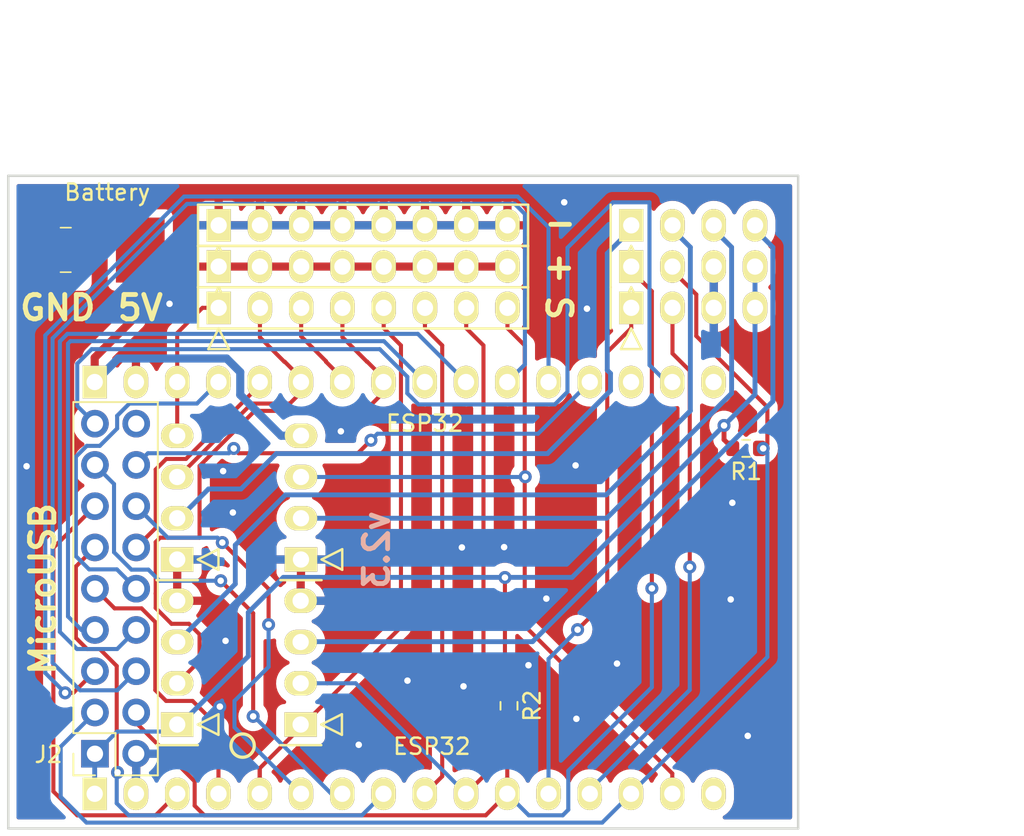
<source format=kicad_pcb>
(kicad_pcb (version 20211014) (generator pcbnew)
  (title_block (title "minKame") (date "2022-07-07") (rev "v2.3"))
  (layers (0 "F.Cu" signal) (31 "B.Cu" signal) (34 "B.Paste" user) (35 "F.Paste" user) (36 "B.SilkS" user "B.Silkscreen") (37 "F.SilkS" user "F.Silkscreen") (38 "B.Mask" user) (39 "F.Mask" user) (44 "Edge.Cuts" user))
  (net 0 "")
  (net 1 "G26")
  (net 2 "5V")
  (net 3 "GND")
  (net 4 "3.3v")
  (net 5 "SCL")
  (net 6 "SDA")
  (net 7 "V")
  (net 8 "H")
  (net 9 "P")
  (net 10 "X")
  (net 11 "D7")
  (net 12 "D6")
  (net 13 "D5")
  (net 14 "D4")
  (net 15 "D3")
  (net 16 "D2")
  (net 17 "D1")
  (net 18 "D0")
  (net 19 "RST")
  (net 20 "PWDN")
  (net 21 "G25")
  (net 22 "G18")
  (net 23 "G19")
  (net 24 "G23")
  (net 25 "G13")
  (net 26 "G27")
  (net 27 "G4")
  (net 28 "Rx")
  (net 29 "Tx")
  (net 31 "Net-(J11-Pad2)")
  (net 32 "Net-(J10-Pad3)")
  (net 33 "Net-(J13-Pad2)")
  (net 34 "Net-(J12-Pad3)")
  (footprint "ESP32-footprints-Lib:PIN16" (layer "F.Cu") (at 144.514 95.246)
    (fp_text reference "J4" hide)
    (fp_text value "ESP32" (at 0 3.814) (layer "F.SilkS"))
    (pad "1" thru_hole rect locked (at -20.32 1.27) (size 1.5 2) (drill 1) (layers *.Cu *.Mask "F.SilkS") (net 2 "5V"))
    (pad "2" thru_hole oval locked (at -17.78 1.27) (size 1.5 2) (drill 1) (layers *.Cu *.Mask "F.SilkS") (net 3 "GND"))
    (pad "3" thru_hole oval locked (at -15.24 1.27) (size 1.5 2) (drill 1) (layers *.Cu *.Mask "F.SilkS") (net 25 "G13"))
    (pad "4" thru_hole oval locked (at -12.7 1.27) (size 1.5 2) (drill 1) (layers *.Cu *.Mask "F.SilkS") (net 12 "D6"))
    (pad "5" thru_hole oval locked (at -10.16 1.27) (size 1.5 2) (drill 1) (layers *.Cu *.Mask "F.SilkS") (net 14 "D4"))
    (pad "6" thru_hole oval locked (at -7.62 1.27) (size 1.5 2) (drill 1) (layers *.Cu *.Mask "F.SilkS") (net 26 "G27"))
    (pad "7" thru_hole oval locked (at -5.08 1.27) (size 1.5 2) (drill 1) (layers *.Cu *.Mask "F.SilkS") (net 1 "G26"))
    (pad "8" thru_hole oval locked (at -2.54 1.27) (size 1.5 2) (drill 1) (layers *.Cu *.Mask "F.SilkS") (net 21 "G25"))
    (pad "9" thru_hole oval locked (at 0 1.27) (size 1.5 2) (drill 1) (layers *.Cu *.Mask "F.SilkS") (net 9 "P"))
    (pad "10" thru_hole oval locked (at 2.54 1.27) (size 1.5 2) (drill 1) (layers *.Cu *.Mask "F.SilkS") (net 10 "X"))
    (pad "11" thru_hole oval locked (at 5.08 1.27) (size 1.5 2) (drill 1) (layers *.Cu *.Mask "F.SilkS") (net 8 "H"))
    (pad "12" thru_hole oval locked (at 7.62 1.27) (size 1.5 2) (drill 1) (layers *.Cu *.Mask "F.SilkS") (net 7 "V"))
    (pad "13" thru_hole oval locked (at 10.16 1.27) (size 1.5 2) (drill 1) (layers *.Cu *.Mask "F.SilkS") (net 18 "D0"))
    (pad "14" thru_hole oval locked (at 12.7 1.27) (size 1.5 2) (drill 1) (layers *.Cu *.Mask "F.SilkS"))
    (pad "15" thru_hole oval locked (at 15.24 1.27) (size 1.5 2) (drill 1) (layers *.Cu *.Mask "F.SilkS") (net 19 "RST"))
    (pad "16" thru_hole oval locked (at 17.78 1.27) (size 1.5 2) (drill 1) (layers *.Cu *.Mask "F.SilkS"))
  )
  (footprint "ESP32-footprints-Lib:PIN16" (layer "F.Cu") (at 144.514 120.596)
    (fp_text reference "J3" hide)
    (fp_text value "ESP32" (at 0.436 -1.646 180) (layer "F.SilkS"))
    (pad "1" thru_hole rect locked (at -20.32 1.27) (size 1.5 2) (drill 1) (layers *.Cu *.Mask "F.SilkS") (net 4 "3.3v"))
    (pad "2" thru_hole oval locked (at -17.78 1.27) (size 1.5 2) (drill 1) (layers *.Cu *.Mask "F.SilkS") (net 3 "GND"))
    (pad "3" thru_hole oval locked (at -15.24 1.27) (size 1.5 2) (drill 1) (layers *.Cu *.Mask "F.SilkS") (net 15 "D3"))
    (pad "4" thru_hole oval locked (at -12.7 1.27) (size 1.5 2) (drill 1) (layers *.Cu *.Mask "F.SilkS") (net 11 "D7"))
    (pad "5" thru_hole oval locked (at -10.16 1.27) (size 1.5 2) (drill 1) (layers *.Cu *.Mask "F.SilkS") (net 27 "G4"))
    (pad "6" thru_hole oval locked (at -7.62 1.27) (size 1.5 2) (drill 1) (layers *.Cu *.Mask "F.SilkS") (net 16 "D2"))
    (pad "7" thru_hole oval locked (at -5.08 1.27) (size 1.5 2) (drill 1) (layers *.Cu *.Mask "F.SilkS") (net 17 "D1"))
    (pad "8" thru_hole oval locked (at -2.54 1.27) (size 1.5 2) (drill 1) (layers *.Cu *.Mask "F.SilkS") (net 13 "D5"))
    (pad "9" thru_hole oval locked (at 0 1.27) (size 1.5 2) (drill 1) (layers *.Cu *.Mask "F.SilkS") (net 22 "G18"))
    (pad "10" thru_hole oval locked (at 2.54 1.27) (size 1.5 2) (drill 1) (layers *.Cu *.Mask "F.SilkS") (net 23 "G19"))
    (pad "11" thru_hole oval locked (at 5.08 1.27) (size 1.5 2) (drill 1) (layers *.Cu *.Mask "F.SilkS") (net 6 "SDA"))
    (pad "12" thru_hole oval locked (at 7.62 1.27) (size 1.5 2) (drill 1) (layers *.Cu *.Mask "F.SilkS") (net 28 "Rx"))
    (pad "13" thru_hole oval locked (at 10.16 1.27) (size 1.5 2) (drill 1) (layers *.Cu *.Mask "F.SilkS") (net 29 "Tx"))
    (pad "14" thru_hole oval locked (at 12.7 1.27) (size 1.5 2) (drill 1) (layers *.Cu *.Mask "F.SilkS") (net 5 "SCL"))
    (pad "15" thru_hole oval locked (at 15.24 1.27) (size 1.5 2) (drill 1) (layers *.Cu *.Mask "F.SilkS") (net 24 "G23"))
    (pad "16" thru_hole oval locked (at 17.78 1.27) (size 1.5 2) (drill 1) (layers *.Cu *.Mask "F.SilkS"))
  )
  (footprint "ESP32-footprints-Lib:PIN8" (layer "F.Cu") (at 140.716 86.868)
    (fp_text reference "J5" hide)
    (fp_text value "GND" hide)
    (fp_line (start 10.16 -1.27) (end -10.16 -1.27) (layer "F.SilkS") (width 0.15))
    (fp_line (start -9.525 2.54) (end -8.89 1.27) (layer "F.SilkS") (width 0.15))
    (fp_line (start 10.16 1.27) (end 10.16 -1.27) (layer "F.SilkS") (width 0.15))
    (fp_line (start -10.16 1.27) (end 10.16 1.27) (layer "F.SilkS") (width 0.15))
    (fp_line (start -10.16 -1.27) (end -10.16 1.27) (layer "F.SilkS") (width 0.15))
    (fp_line (start -9.525 2.54) (end -8.255 2.54) (layer "F.SilkS") (width 0.15))
    (fp_line (start -8.255 2.54) (end -8.89 1.27) (layer "F.SilkS") (width 0.15))
    (pad "1" thru_hole rect locked (at -8.89 0) (size 1.5 2) (drill 1) (layers *.Cu *.Mask "F.SilkS") (net 3 "GND"))
    (pad "2" thru_hole oval locked (at -6.35 0) (size 1.5 2) (drill 1) (layers *.Cu *.Mask "F.SilkS") (net 3 "GND"))
    (pad "3" thru_hole oval locked (at -3.81 0) (size 1.5 2) (drill 1) (layers *.Cu *.Mask "F.SilkS") (net 3 "GND"))
    (pad "4" thru_hole oval locked (at -1.27 0) (size 1.5 2) (drill 1) (layers *.Cu *.Mask "F.SilkS") (net 3 "GND"))
    (pad "5" thru_hole oval locked (at 1.27 0) (size 1.5 2) (drill 1) (layers *.Cu *.Mask "F.SilkS") (net 3 "GND"))
    (pad "6" thru_hole oval locked (at 3.81 0) (size 1.5 2) (drill 1) (layers *.Cu *.Mask "F.SilkS") (net 3 "GND"))
    (pad "7" thru_hole oval locked (at 6.35 0) (size 1.5 2) (drill 1) (layers *.Cu *.Mask "F.SilkS") (net 3 "GND"))
    (pad "8" thru_hole oval locked (at 8.89 0) (size 1.5 2) (drill 1) (layers *.Cu *.Mask "F.SilkS") (net 3 "GND"))
  )
  (footprint "ESP32-footprints-Lib:PIN8" (layer "F.Cu") (at 140.716 89.408)
    (fp_text reference "J6" hide)
    (fp_text value "Vcc" hide)
    (fp_line (start -10.16 1.27) (end 10.16 1.27) (layer "F.SilkS") (width 0.15))
    (fp_line (start -10.16 -1.27) (end -10.16 1.27) (layer "F.SilkS") (width 0.15))
    (fp_line (start 10.16 1.27) (end 10.16 -1.27) (layer "F.SilkS") (width 0.15))
    (fp_line (start 10.16 -1.27) (end -10.16 -1.27) (layer "F.SilkS") (width 0.15))
    (fp_line (start -9.525 2.54) (end -8.255 2.54) (layer "F.SilkS") (width 0.15))
    (fp_line (start -9.525 2.54) (end -8.89 1.27) (layer "F.SilkS") (width 0.15))
    (fp_line (start -8.255 2.54) (end -8.89 1.27) (layer "F.SilkS") (width 0.15))
    (pad "1" thru_hole rect locked (at -8.89 0) (size 1.5 2) (drill 1) (layers *.Cu *.Mask "F.SilkS") (net 2 "5V"))
    (pad "2" thru_hole oval locked (at -6.35 0) (size 1.5 2) (drill 1) (layers *.Cu *.Mask "F.SilkS") (net 2 "5V"))
    (pad "3" thru_hole oval locked (at -3.81 0) (size 1.5 2) (drill 1) (layers *.Cu *.Mask "F.SilkS") (net 2 "5V"))
    (pad "4" thru_hole oval locked (at -1.27 0) (size 1.5 2) (drill 1) (layers *.Cu *.Mask "F.SilkS") (net 2 "5V"))
    (pad "5" thru_hole oval locked (at 1.27 0) (size 1.5 2) (drill 1) (layers *.Cu *.Mask "F.SilkS") (net 2 "5V"))
    (pad "6" thru_hole oval locked (at 3.81 0) (size 1.5 2) (drill 1) (layers *.Cu *.Mask "F.SilkS") (net 2 "5V"))
    (pad "7" thru_hole oval locked (at 6.35 0) (size 1.5 2) (drill 1) (layers *.Cu *.Mask "F.SilkS") (net 2 "5V"))
    (pad "8" thru_hole oval locked (at 8.89 0) (size 1.5 2) (drill 1) (layers *.Cu *.Mask "F.SilkS") (net 2 "5V"))
  )
  (footprint "ESP32-footprints-Lib:PIN8" (layer "F.Cu") (at 140.716 91.948)
    (fp_text reference "J1" hide)
    (fp_text value "PWM" hide)
    (fp_line (start 10.16 -1.27) (end -10.16 -1.27) (layer "F.SilkS") (width 0.15))
    (fp_line (start 10.16 1.27) (end 10.16 -1.27) (layer "F.SilkS") (width 0.15))
    (fp_line (start -10.16 1.27) (end 10.16 1.27) (layer "F.SilkS") (width 0.15))
    (fp_line (start -9.525 2.54) (end -8.255 2.54) (layer "F.SilkS") (width 0.15))
    (fp_line (start -8.255 2.54) (end -8.89 1.27) (layer "F.SilkS") (width 0.15))
    (fp_line (start -9.525 2.54) (end -8.89 1.27) (layer "F.SilkS") (width 0.15))
    (fp_line (start -10.16 -1.27) (end -10.16 1.27) (layer "F.SilkS") (width 0.15))
    (pad "1" thru_hole rect locked (at -8.89 0) (size 1.5 2) (drill 1) (layers *.Cu *.Mask "F.SilkS") (net 25 "G13"))
    (pad "2" thru_hole oval locked (at -6.35 0) (size 1.5 2) (drill 1) (layers *.Cu *.Mask "F.SilkS") (net 26 "G27"))
    (pad "3" thru_hole oval locked (at -3.81 0) (size 1.5 2) (drill 1) (layers *.Cu *.Mask "F.SilkS") (net 1 "G26"))
    (pad "4" thru_hole oval locked (at -1.27 0) (size 1.5 2) (drill 1) (layers *.Cu *.Mask "F.SilkS") (net 21 "G25"))
    (pad "5" thru_hole oval locked (at 1.27 0) (size 1.5 2) (drill 1) (layers *.Cu *.Mask "F.SilkS") (net 27 "G4"))
    (pad "6" thru_hole oval locked (at 3.81 0) (size 1.5 2) (drill 1) (layers *.Cu *.Mask "F.SilkS") (net 22 "G18"))
    (pad "7" thru_hole oval locked (at 6.35 0) (size 1.5 2) (drill 1) (layers *.Cu *.Mask "F.SilkS") (net 23 "G19"))
    (pad "8" thru_hole oval locked (at 8.89 0) (size 1.5 2) (drill 1) (layers *.Cu *.Mask "F.SilkS") (net 24 "G23"))
  )
  (footprint "digikey-footprints:1210" (layer "F.Cu") (at 122.428 88.392)
    (fp_text reference "Battery" (at 2.54 -3.556) (layer "F.SilkS"))
    (fp_text value "1210")
    (fp_line (start -0.34 -1.38) (end 0.31 -1.38) (layer "F.SilkS") (width 0.1))
    (fp_line (start -0.34 1.36) (end 0.3 1.36) (layer "F.SilkS") (width 0.1))
    (pad "1" smd rect locked (at -0.428 0) (size 3 4) (layers "F.Cu" "F.Paste" "F.Mask") (net 3 "GND"))
    (pad "2" smd rect locked (at 4.572 0) (size 3 4) (layers "F.Cu" "F.Paste" "F.Mask") (net 2 "5V"))
  )
  (footprint "ESP32-footprints-Lib:PIN4" (layer "F.Cu") (at 161.036 91.948)
    (fp_text reference "J7" hide)
    (fp_text value "UART" hide)
    (fp_line (start -4.445 2.54) (end -3.175 2.54) (layer "F.SilkS") (width 0.15))
    (fp_line (start -4.445 2.54) (end -3.81 1.27) (layer "F.SilkS") (width 0.15))
    (fp_line (start -3.175 2.54) (end -3.81 1.27) (layer "F.SilkS") (width 0.15))
    (fp_line (start -5.08 -1.27) (end -5.08 1.27) (layer "F.SilkS") (width 0.15))
    (pad "1" thru_hole rect locked (at -3.81 0) (size 1.5 2) (drill 1) (layers *.Cu *.Mask "F.SilkS") (net 28 "Rx"))
    (pad "2" thru_hole oval locked (at -1.27 0) (size 1.5 2) (drill 1) (layers *.Cu *.Mask "F.SilkS") (net 29 "Tx"))
    (pad "3" thru_hole oval locked (at 1.27 0) (size 1.5 2) (drill 1) (layers *.Cu *.Mask "F.SilkS") (net 3 "GND"))
    (pad "4" thru_hole oval locked (at 3.81 0) (size 1.5 2) (drill 1) (layers *.Cu *.Mask "F.SilkS") (net 4 "3.3v"))
  )
  (footprint "ESP32-footprints-Lib:PIN4" (layer "F.Cu") (at 129.274 103.632 90)
    (fp_text reference "J11" hide)
    (fp_text value "A" hide)
    (fp_line (start -3.175 2.54) (end -3.81 1.27) (layer "F.SilkS") (width 0.15))
    (fp_line (start -5.08 -1.27) (end -5.08 1.27) (layer "F.SilkS") (width 0.15))
    (fp_line (start -4.445 2.54) (end -3.175 2.54) (layer "F.SilkS") (width 0.15))
    (fp_line (start -4.445 2.54) (end -3.81 1.27) (layer "F.SilkS") (width 0.15))
    (pad "1" thru_hole rect locked (at -3.81 0 90) (size 1.5 2) (drill 1) (layers *.Cu *.Mask "F.SilkS") (net 3 "GND"))
    (pad "2" thru_hole oval locked (at -1.27 0 90) (size 1.5 2) (drill 1) (layers *.Cu *.Mask "F.SilkS") (net 31 "Net-(J11-Pad2)"))
    (pad "3" thru_hole oval locked (at 1.27 0 90) (size 1.5 2) (drill 1) (layers *.Cu *.Mask "F.SilkS") (net 26 "G27"))
    (pad "4" thru_hole oval locked (at 3.81 0 90) (size 1.5 2) (drill 1) (layers *.Cu *.Mask "F.SilkS") (net 25 "G13"))
  )
  (footprint "ESP32-footprints-Lib:PIN4" (layer "F.Cu") (at 136.894 103.632 90)
    (fp_text reference "J13" hide)
    (fp_text value "B" hide)
    (fp_line (start -4.445 2.54) (end -3.175 2.54) (layer "F.SilkS") (width 0.15))
    (fp_line (start -4.445 2.54) (end -3.81 1.27) (layer "F.SilkS") (width 0.15))
    (fp_line (start -3.175 2.54) (end -3.81 1.27) (layer "F.SilkS") (width 0.15))
    (fp_line (start -5.08 -1.27) (end -5.08 1.27) (layer "F.SilkS") (width 0.15))
    (pad "1" thru_hole rect locked (at -3.81 0 90) (size 1.5 2) (drill 1) (layers *.Cu *.Mask "F.SilkS") (net 3 "GND"))
    (pad "2" thru_hole oval locked (at -1.27 0 90) (size 1.5 2) (drill 1) (layers *.Cu *.Mask "F.SilkS") (net 33 "Net-(J13-Pad2)"))
    (pad "3" thru_hole oval locked (at 1.27 0 90) (size 1.5 2) (drill 1) (layers *.Cu *.Mask "F.SilkS") (net 24 "G23"))
    (pad "4" thru_hole oval locked (at 3.81 0 90) (size 1.5 2) (drill 1) (layers *.Cu *.Mask "F.SilkS") (net 2 "5V"))
  )
  (footprint "ESP32-footprints-Lib:PIN4" (layer "F.Cu") (at 129.274 113.792 90)
    (fp_text reference "J10" hide)
    (fp_text value "C" hide)
    (fp_line (start -4.445 2.54) (end -3.81 1.27) (layer "F.SilkS") (width 0.15))
    (fp_line (start -3.175 2.54) (end -3.81 1.27) (layer "F.SilkS") (width 0.15))
    (fp_line (start -5.08 -1.27) (end -5.08 1.27) (layer "F.SilkS") (width 0.15))
    (fp_line (start -4.445 2.54) (end -3.175 2.54) (layer "F.SilkS") (width 0.15))
    (pad "1" thru_hole rect locked (at -3.81 0 90) (size 1.5 2) (drill 1) (layers *.Cu *.Mask "F.SilkS") (net 4 "3.3v"))
    (pad "2" thru_hole oval locked (at -1.27 0 90) (size 1.5 2) (drill 1) (layers *.Cu *.Mask "F.SilkS") (net 21 "G25"))
    (pad "3" thru_hole oval locked (at 1.27 0 90) (size 1.5 2) (drill 1) (layers *.Cu *.Mask "F.SilkS") (net 32 "Net-(J10-Pad3)"))
    (pad "4" thru_hole oval locked (at 3.81 0 90) (size 1.5 2) (drill 1) (layers *.Cu *.Mask "F.SilkS") (net 3 "GND"))
  )
  (footprint "ESP32-footprints-Lib:PIN4" (layer "F.Cu") (at 161.036 89.408)
    (fp_text reference "J8" hide)
    (fp_text value "I2C" hide)
    (fp_line (start -4.445 2.54) (end -3.175 2.54) (layer "F.SilkS") (width 0.15))
    (fp_line (start -5.08 -1.27) (end -5.08 1.27) (layer "F.SilkS") (width 0.15))
    (fp_line (start -4.445 2.54) (end -3.81 1.27) (layer "F.SilkS") (width 0.15))
    (fp_line (start -3.175 2.54) (end -3.81 1.27) (layer "F.SilkS") (width 0.15))
    (pad "1" thru_hole rect locked (at -3.81 0) (size 1.5 2) (drill 1) (layers *.Cu *.Mask "F.SilkS") (net 6 "SDA"))
    (pad "2" thru_hole oval locked (at -1.27 0) (size 1.5 2) (drill 1) (layers *.Cu *.Mask "F.SilkS") (net 5 "SCL"))
    (pad "3" thru_hole oval locked (at 1.27 0) (size 1.5 2) (drill 1) (layers *.Cu *.Mask "F.SilkS") (net 3 "GND"))
    (pad "4" thru_hole oval locked (at 3.81 0) (size 1.5 2) (drill 1) (layers *.Cu *.Mask "F.SilkS") (net 4 "3.3v"))
  )
  (footprint "ESP32-footprints-Lib:PIN4" (layer "F.Cu") (at 136.874 113.792 90)
    (fp_text reference "J12" hide)
    (fp_text value "D" hide)
    (fp_line (start -4.445 2.54) (end -3.175 2.54) (layer "F.SilkS") (width 0.15))
    (fp_line (start -5.08 -1.27) (end -5.08 1.27) (layer "F.SilkS") (width 0.15))
    (fp_line (start -4.445 2.54) (end -3.81 1.27) (layer "F.SilkS") (width 0.15))
    (fp_line (start -3.175 2.54) (end -3.81 1.27) (layer "F.SilkS") (width 0.15))
    (pad "1" thru_hole rect locked (at -3.81 0 90) (size 1.5 2) (drill 1) (layers *.Cu *.Mask "F.SilkS") (net 27 "G4"))
    (pad "2" thru_hole oval locked (at -1.27 0 90) (size 1.5 2) (drill 1) (layers *.Cu *.Mask "F.SilkS") (net 23 "G19"))
    (pad "3" thru_hole oval locked (at 1.27 0 90) (size 1.5 2) (drill 1) (layers *.Cu *.Mask "F.SilkS") (net 34 "Net-(J12-Pad3)"))
    (pad "4" thru_hole oval locked (at 3.81 0 90) (size 1.5 2) (drill 1) (layers *.Cu *.Mask "F.SilkS") (net 3 "GND"))
  )
  (footprint "ESP32-footprints-Lib:PIN4" (layer "F.Cu") (at 161.036 86.868)
    (fp_text reference "J9" hide)
    (fp_text value "Motor" hide)
    (fp_line (start -4.445 2.54) (end -3.175 2.54) (layer "F.SilkS") (width 0.15))
    (fp_line (start -4.445 2.54) (end -3.81 1.27) (layer "F.SilkS") (width 0.15))
    (fp_line (start -3.175 2.54) (end -3.81 1.27) (layer "F.SilkS") (width 0.15))
    (fp_line (start -5.08 -1.27) (end -5.08 1.27) (layer "F.SilkS") (width 0.15))
    (pad "1" thru_hole rect locked (at -3.81 0) (size 1.5 2) (drill 1) (layers *.Cu *.Mask "F.SilkS") (net 31 "Net-(J11-Pad2)"))
    (pad "2" thru_hole oval locked (at -1.27 0) (size 1.5 2) (drill 1) (layers *.Cu *.Mask "F.SilkS") (net 32 "Net-(J10-Pad3)"))
    (pad "3" thru_hole oval locked (at 1.27 0) (size 1.5 2) (drill 1) (layers *.Cu *.Mask "F.SilkS") (net 33 "Net-(J13-Pad2)"))
    (pad "4" thru_hole oval locked (at 3.81 0) (size 1.5 2) (drill 1) (layers *.Cu *.Mask "F.SilkS") (net 34 "Net-(J12-Pad3)"))
  )
  (footprint "Resistor_SMD:R_0603_1608Metric" (layer "F.Cu") (at 149.7 116.45 -90)
    (fp_text reference "R2" (at 0 -1.43 90) (layer "F.SilkS"))
    (fp_text value "4k7")
    (fp_line (start -0.237258 0.5225) (end 0.237258 0.5225) (layer "F.SilkS") (width 0.12))
    (fp_line (start -0.237258 -0.5225) (end 0.237258 -0.5225) (layer "F.SilkS") (width 0.12))
    (pad "1" smd roundrect (at -0.825 0 270) (size 0.8 0.95) (layers "F.Cu" "F.Paste" "F.Mask") (net 4 "3.3v"))
    (pad "2" smd roundrect (at 0.825 0 270) (size 0.8 0.95) (layers "F.Cu" "F.Paste" "F.Mask") (net 6 "SDA"))
  )
  (footprint "Connector_PinSocket_2.54mm:PinSocket_2x09_P2.54mm_Vertical" (layer "F.Cu") (at 124.21 119.4 180)
    (fp_text reference "J2" (at 2.86 -0.05) (layer "F.SilkS"))
    (fp_text value "Camera")
    (fp_line (start -1.27 1.27) (end 1.33 1.27) (layer "F.SilkS") (width 0.12))
    (fp_line (start -3.87 -1.33) (end -1.27 -1.33) (layer "F.SilkS") (width 0.12))
    (fp_line (start -3.87 -1.33) (end -3.87 21.65) (layer "F.SilkS") (width 0.12))
    (fp_line (start -3.87 21.65) (end 1.33 21.65) (layer "F.SilkS") (width 0.12))
    (fp_line (start 1.33 1.27) (end 1.33 21.65) (layer "F.SilkS") (width 0.12))
    (fp_line (start 1.33 -1.33) (end 1.33 0) (layer "F.SilkS") (width 0.12))
    (fp_line (start -1.27 -1.33) (end -1.27 1.27) (layer "F.SilkS") (width 0.12))
    (fp_line (start 0 -1.33) (end 1.33 -1.33) (layer "F.SilkS") (width 0.12))
    (pad "1" thru_hole rect (at 0 0 180) (size 1.7 1.7) (drill 1) (layers *.Cu *.Mask) (net 4 "3.3v"))
    (pad "2" thru_hole oval (at -2.54 0 180) (size 1.7 1.7) (drill 1) (layers *.Cu *.Mask) (net 3 "GND"))
    (pad "3" thru_hole oval (at 0 2.54 180) (size 1.7 1.7) (drill 1) (layers *.Cu *.Mask) (net 5 "SCL"))
    (pad "4" thru_hole oval (at -2.54 2.54 180) (size 1.7 1.7) (drill 1) (layers *.Cu *.Mask) (net 6 "SDA"))
    (pad "5" thru_hole oval (at 0 5.08 180) (size 1.7 1.7) (drill 1) (layers *.Cu *.Mask) (net 7 "V"))
    (pad "6" thru_hole oval (at -2.54 5.08 180) (size 1.7 1.7) (drill 1) (layers *.Cu *.Mask) (net 8 "H"))
    (pad "7" thru_hole oval (at 0 7.62 180) (size 1.7 1.7) (drill 1) (layers *.Cu *.Mask) (net 9 "P"))
    (pad "8" thru_hole oval (at -2.54 7.62 180) (size 1.7 1.7) (drill 1) (layers *.Cu *.Mask) (net 10 "X"))
    (pad "9" thru_hole oval (at 0 10.16 180) (size 1.7 1.7) (drill 1) (layers *.Cu *.Mask) (net 11 "D7"))
    (pad "10" thru_hole oval (at -2.54 10.16 180) (size 1.7 1.7) (drill 1) (layers *.Cu *.Mask) (net 12 "D6"))
    (pad "11" thru_hole oval (at 0 12.7 180) (size 1.7 1.7) (drill 1) (layers *.Cu *.Mask) (net 13 "D5"))
    (pad "12" thru_hole oval (at -2.54 12.7 180) (size 1.7 1.7) (drill 1) (layers *.Cu *.Mask) (net 14 "D4"))
    (pad "13" thru_hole oval (at 0 15.24 180) (size 1.7 1.7) (drill 1) (layers *.Cu *.Mask) (net 15 "D3"))
    (pad "14" thru_hole oval (at -2.54 15.24 180) (size 1.7 1.7) (drill 1) (layers *.Cu *.Mask) (net 16 "D2"))
    (pad "15" thru_hole oval (at 0 17.78 180) (size 1.7 1.7) (drill 1) (layers *.Cu *.Mask) (net 17 "D1"))
    (pad "16" thru_hole oval (at -2.54 17.78 180) (size 1.7 1.7) (drill 1) (layers *.Cu *.Mask) (net 18 "D0"))
    (pad "17" thru_hole oval (at 0 20.32 180) (size 1.7 1.7) (drill 1) (layers *.Cu *.Mask) (net 19 "RST"))
    (pad "18" thru_hole oval (at -2.54 20.32 180) (size 1.7 1.7) (drill 1) (layers *.Cu *.Mask) (net 20 "PWDN"))
  )
  (footprint "Resistor_SMD:R_0603_1608Metric" (layer "F.Cu") (at 164.3 100.6 180)
    (fp_text reference "R1" (at 0 -1.43) (layer "F.SilkS"))
    (fp_text value "4k7")
    (fp_line (start -0.237258 -0.5225) (end 0.237258 -0.5225) (layer "F.SilkS") (width 0.12))
    (fp_line (start -0.237258 0.5225) (end 0.237258 0.5225) (layer "F.SilkS") (width 0.12))
    (pad "1" smd roundrect (at -0.825 0 180) (size 0.8 0.95) (layers "F.Cu" "F.Paste" "F.Mask") (net 5 "SCL"))
    (pad "2" smd roundrect (at 0.825 0 180) (size 0.8 0.95) (layers "F.Cu" "F.Paste" "F.Mask") (net 4 "3.3v"))
  )
  (gr_circle (center 133.3 118.9) (end 133.808 119.408) (layer "F.SilkS") (width 0.2) (fill none))
  (gr_line (start 167.5 83.82) (end 167.5 124) (layer "Edge.Cuts") (width 0.15))
  (gr_line (start 118.872 83.82) (end 167.5 83.82) (layer "Edge.Cuts") (width 0.15))
  (gr_line (start 118.872 124) (end 118.872 83.82) (layer "Edge.Cuts") (width 0.15))
  (gr_line (start 167.5 124) (end 118.872 124) (layer "Edge.Cuts") (width 0.15))
  (gr_text "v2.3" (at 141.55 106.85 90) (layer "B.SilkS") (effects (font (size 1.5 1.5) (thickness 0.3)) (justify mirror)))
  (gr_text "-" (at 152.85 86.7) (layer "F.SilkS") (effects (font (size 1.5 1.5) (thickness 0.3))))
  (gr_text "+" (at 152.8 89.4) (layer "F.SilkS") (effects (font (size 1.5 1.5) (thickness 0.3))))
  (gr_text "GND" (at 121.92 91.948) (layer "F.SilkS") (effects (font (size 1.5 1.5) (thickness 0.3))))
  (gr_text "5V" (at 127 91.948) (layer "F.SilkS") (effects (font (size 1.5 1.5) (thickness 0.3))))
  (gr_text "MicroUSB" (at 121 109.25 90) (layer "F.SilkS") (effects (font (size 1.5 1.5) (thickness 0.3))))
  (gr_text "S" (at 152.908 91.948 90) (layer "F.SilkS") (effects (font (size 1.5 1.5) (thickness 0.3))))
  (segment (start 136.906 91.948) (end 136.906 93.706) (width 0.25) (layer "F.Cu") (net 1))
  (segment (start 139.434 96.266) (end 139.434 96.516) (width 0.25) (layer "F.Cu") (net 1))
  (segment (start 138.434 95.266) (end 138.434 95.234) (width 0.25) (layer "F.Cu") (net 1))
  (segment (start 138.434 95.234) (end 136.906 93.706) (width 0.25) (layer "F.Cu") (net 1))
  (segment (start 138.434 95.266) (end 139.434 96.266) (width 0.25) (layer "F.Cu") (net 1))
  (segment (start 131.826 89.408) (end 134.366 89.408) (width 0.5) (layer "F.Cu") (net 2))
  (segment (start 139.446 89.408) (end 141.986 89.408) (width 0.5) (layer "F.Cu") (net 2))
  (segment (start 136.906 89.408) (end 139.446 89.408) (width 0.5) (layer "F.Cu") (net 2))
  (segment (start 128.016 89.408) (end 127 88.392) (width 0.5) (layer "F.Cu") (net 2))
  (segment (start 124.194 96.516) (end 124.194 95.016) (width 0.5) (layer "F.Cu") (net 2))
  (segment (start 131.826 89.408) (end 128.016 89.408) (width 0.5) (layer "F.Cu") (net 2))
  (segment (start 141.986 89.408) (end 144.526 89.408) (width 0.5) (layer "F.Cu") (net 2))
  (segment (start 147.066 89.408) (end 149.606 89.408) (width 0.5) (layer "F.Cu") (net 2))
  (segment (start 126.605 88.787) (end 127 88.392) (width 0.5) (layer "F.Cu") (net 2))
  (segment (start 124.194 95.016) (end 126.605 92.605) (width 0.5) (layer "F.Cu") (net 2))
  (segment (start 144.526 89.408) (end 147.066 89.408) (width 0.5) (layer "F.Cu") (net 2))
  (segment (start 134.366 89.408) (end 136.906 89.408) (width 0.5) (layer "F.Cu") (net 2))
  (segment (start 126.605 92.605) (end 126.605 88.787) (width 0.5) (layer "F.Cu") (net 2))
  (segment (start 132.31648 95.06648) (end 133.15448 95.90448) (width 0.5) (layer "B.Cu") (net 2))
  (segment (start 125.64352 95.06648) (end 132.31648 95.06648) (width 0.5) (layer "B.Cu") (net 2))
  (segment (start 133.15448 95.90448) (end 133.15448 97.30448) (width 0.5) (layer "B.Cu") (net 2))
  (segment (start 133.15448 97.30448) (end 135.672 99.822) (width 0.5) (layer "B.Cu") (net 2))
  (segment (start 135.672 99.822) (end 136.894 99.822) (width 0.5) (layer "B.Cu") (net 2))
  (segment (start 124.194 96.516) (end 125.64352 95.06648) (width 0.5) (layer "B.Cu") (net 2))
  (via (at 132.25 112.45) (size 0.8) (drill 0.4) (layers "F.Cu" "B.Cu") (net 3))
  (via (at 120 101.7) (size 0.8) (drill 0.4) (layers "F.Cu" "B.Cu") (net 3))
  (via (at 132.7 104.55) (size 0.8) (drill 0.4) (layers "F.Cu" "B.Cu") (net 3))
  (via (at 139.35 99.55) (size 0.8) (drill 0.4) (layers "F.Cu" "B.Cu") (net 3))
  (via (at 164.4 118.3) (size 0.8) (drill 0.4) (layers "F.Cu" "B.Cu") (net 3))
  (via (at 149.4 106.68) (size 0.8) (drill 0.4) (layers "F.Cu" "B.Cu") (net 3))
  (via (at 146.8 106.7) (size 0.8) (drill 0.4) (layers "F.Cu" "B.Cu") (net 3))
  (via (at 146.9 115.25) (size 0.8) (drill 0.4) (layers "F.Cu" "B.Cu") (net 3))
  (via (at 153.1 85.45) (size 0.8) (drill 0.4) (layers "F.Cu" "B.Cu") (net 3))
  (via (at 153.85 117.25) (size 0.8) (drill 0.4) (layers "F.Cu" "B.Cu") (net 3))
  (via (at 156.35 113.85) (size 0.8) (drill 0.4) (layers "F.Cu" "B.Cu") (net 3))
  (via (at 128.8 91.7) (size 0.8) (drill 0.4) (layers "F.Cu" "B.Cu") (net 3))
  (via (at 163.35 109.9) (size 0.8) (drill 0.4) (layers "F.Cu" "B.Cu") (net 3))
  (via (at 143.45 114.9) (size 0.8) (drill 0.4) (layers "F.Cu" "B.Cu") (net 3))
  (via (at 152 109.85) (size 0.8) (drill 0.4) (layers "F.Cu" "B.Cu") (net 3))
  (via (at 150.9 113.95) (size 0.8) (drill 0.4) (layers "F.Cu" "B.Cu") (net 3))
  (via (at 140.45 118.85) (size 0.8) (drill 0.4) (layers "F.Cu" "B.Cu") (net 3))
  (via (at 132.1 102) (size 0.8) (drill 0.4) (layers "F.Cu" "B.Cu") (net 3))
  (via (at 154.5 92) (size 0.8) (drill 0.4) (layers "F.Cu" "B.Cu") (net 3))
  (via (at 163.45 103.95) (size 0.8) (drill 0.4) (layers "F.Cu" "B.Cu") (net 3))
  (via (at 131.9 116.5) (size 0.8) (drill 0.4) (layers "F.Cu" "B.Cu") (net 3))
  (via (at 153.8 101.65) (size 0.8) (drill 0.4) (layers "F.Cu" "B.Cu") (net 3))
  (segment (start 162.939 100.064) (end 163.475 100.6) (width 0.3) (layer "F.Cu") (net 4))
  (segment (start 149.45 115.375) (end 149.7 115.625) (width 0.25) (layer "F.Cu") (net 4))
  (segment (start 149.45 108.55) (end 149.45 115.375) (width 0.25) (layer "F.Cu") (net 4))
  (segment (start 162.939 99.189) (end 162.939 100.064) (width 0.3) (layer "F.Cu") (net 4))
  (via (at 162.939 99.189) (size 0.8) (drill 0.4) (layers "F.Cu" "B.Cu") (net 4))
  (via (at 149.45 108.55) (size 0.8) (drill 0.4) (layers "F.Cu" "B.Cu") (net 4))
  (segment (start 153.585999 108.542001) (end 135.807999 108.542001) (width 0.3) (layer "B.Cu") (net 4))
  (segment (start 124.194 121.866) (end 124.194 119.396) (width 0.3) (layer "B.Cu") (net 4))
  (segment (start 128.841489 118.034511) (end 125.575489 118.034511) (width 0.25) (layer "B.Cu") (net 4))
  (segment (start 133.65 113.4) (end 129.448 117.602) (width 0.3) (layer "B.Cu") (net 4))
  (segment (start 129.448 117.602) (end 129.274 117.602) (width 0.3) (layer "B.Cu") (net 4))
  (segment (start 162.939 99.189) (end 164.846 97.282) (width 0.3) (layer "B.Cu") (net 4))
  (segment (start 129.274 117.602) (end 128.841489 118.034511) (width 0.25) (layer "B.Cu") (net 4))
  (segment (start 164.846 91.948) (end 164.846 89.408) (width 0.3) (layer "B.Cu") (net 4))
  (segment (start 164.846 97.282) (end 164.846 91.948) (width 0.3) (layer "B.Cu") (net 4))
  (segment (start 162.939 99.189) (end 153.585999 108.542001) (width 0.3) (layer "B.Cu") (net 4))
  (segment (start 135.807999 108.542001) (end 133.65 110.7) (width 0.3) (layer "B.Cu") (net 4))
  (segment (start 133.65 110.7) (end 133.65 113.4) (width 0.3) (layer "B.Cu") (net 4))
  (segment (start 125.575489 118.034511) (end 124.21 119.4) (width 0.25) (layer "B.Cu") (net 4))
  (segment (start 159.766 89.658) (end 159.766 89.408) (width 0.25) (layer "F.Cu") (net 5))
  (segment (start 165.608 98.059707) (end 161.23099 93.682697) (width 0.25) (layer "F.Cu") (net 5))
  (segment (start 161.23099 91.12299) (end 159.766 89.658) (width 0.25) (layer "F.Cu") (net 5))
  (segment (start 165.35 100.6) (end 165.608 100.342) (width 0.25) (layer "F.Cu") (net 5))
  (segment (start 165.608 100.342) (end 165.608 98.059707) (width 0.25) (layer "F.Cu") (net 5))
  (segment (start 161.23099 93.682697) (end 161.23099 91.12299) (width 0.25) (layer "F.Cu") (net 5))
  (via (at 165.35 100.6) (size 0.8) (drill 0.4) (layers "F.Cu" "B.Cu") (net 5))
  (segment (start 157.214 121.836) (end 157.214 121.866) (width 0.25) (layer "B.Cu") (net 5))
  (segment (start 157.214 121.866) (end 155.43947 123.64053) (width 0.25) (layer "B.Cu") (net 5))
  (segment (start 155.43947 123.64053) (end 123.68805 123.64053) (width 0.25) (layer "B.Cu") (net 5))
  (segment (start 122.1 118.97) (end 124.21 116.86) (width 0.25) (layer "B.Cu") (net 5))
  (segment (start 122.1 122.05248) (end 122.1 118.97) (width 0.25) (layer "B.Cu") (net 5))
  (segment (start 165.35 100.6) (end 165.608 100.858) (width 0.25) (layer "B.Cu") (net 5))
  (segment (start 123.68805 123.64053) (end 122.1 122.05248) (width 0.25) (layer "B.Cu") (net 5))
  (segment (start 165.608 100.858) (end 165.608 113.442) (width 0.25) (layer "B.Cu") (net 5))
  (segment (start 165.608 113.442) (end 157.214 121.836) (width 0.25) (layer "B.Cu") (net 5))
  (segment (start 157.226 89.408) (end 157.226 89.658) (width 0.25) (layer "F.Cu") (net 6))
  (segment (start 148.26948 123.19052) (end 130.94052 123.19052) (width 0.25) (layer "F.Cu") (net 6))
  (segment (start 126.75 117.5) (end 126.75 116.86) (width 0.25) (layer "F.Cu") (net 6))
  (segment (start 157.226 89.658) (end 158.496 90.928) (width 0.25) (layer "F.Cu") (net 6))
  (segment (start 130.34852 122.59852) (end 130.34852 121.09852) (width 0.25) (layer "F.Cu") (net 6))
  (segment (start 149.594 121.866) (end 148.26948 123.19052) (width 0.25) (layer "F.Cu") (net 6))
  (segment (start 130.94052 123.19052) (end 130.34852 122.59852) (width 0.25) (layer "F.Cu") (net 6))
  (segment (start 149.594 117.381) (end 149.7 117.275) (width 0.25) (layer "F.Cu") (net 6))
  (segment (start 130.34852 121.09852) (end 126.75 117.5) (width 0.25) (layer "F.Cu") (net 6))
  (segment (start 149.594 121.866) (end 149.594 117.381) (width 0.25) (layer "F.Cu") (net 6))
  (segment (start 158.496 90.928) (end 158.496 109.22) (width 0.25) (layer "F.Cu") (net 6))
  (via (at 158.496 109.22) (size 0.8) (drill 0.4) (layers "F.Cu" "B.Cu") (net 6))
  (segment (start 153.35 122.85) (end 153.00948 123.19052) (width 0.25) (layer "B.Cu") (net 6))
  (segment (start 158.496 115.304) (end 153.35 120.45) (width 0.25) (layer "B.Cu") (net 6))
  (segment (start 150.91852 123.19052) (end 149.594 121.866) (width 0.25) (layer "B.Cu") (net 6))
  (segment (start 153.35 120.45) (end 153.35 122.85) (width 0.25) (layer "B.Cu") (net 6))
  (segment (start 153.00948 123.19052) (end 150.91852 123.19052) (width 0.25) (layer "B.Cu") (net 6))
  (segment (start 158.496 109.22) (end 158.496 115.304) (width 0.25) (layer "B.Cu") (net 6))
  (segment (start 124.21 114.32) (end 122.88 115.65) (width 0.25) (layer "F.Cu") (net 7))
  (segment (start 122.88 115.65) (end 122.3745 115.65) (width 0.25) (layer "F.Cu") (net 7))
  (via (at 122.3745 115.65) (size 0.8) (drill 0.4) (layers "F.Cu" "B.Cu") (net 7))
  (segment (start 150.237287 85.093969) (end 129.698879 85.093969) (width 0.25) (layer "B.Cu") (net 7))
  (segment (start 121.15096 114.42646) (end 122.3745 115.65) (width 0.25) (layer "B.Cu") (net 7))
  (segment (start 129.698879 85.093969) (end 121.15096 93.641887) (width 0.25) (layer "B.Cu") (net 7))
  (segment (start 121.15096 93.641887) (end 121.15096 114.42646) (width 0.25) (layer "B.Cu") (net 7))
  (segment (start 152.134 96.516) (end 152.134 86.990682) (width 0.25) (layer "B.Cu") (net 7))
  (segment (start 152.134 86.990682) (end 150.237287 85.093969) (width 0.25) (layer "B.Cu") (net 7))
  (segment (start 129.878565 85.55) (end 130.1 85.55) (width 0.25) (layer "B.Cu") (net 8))
  (segment (start 150.051089 85.543489) (end 150.68052 86.17292) (width 0.25) (layer "B.Cu") (net 8))
  (segment (start 150.68052 95.42948) (end 149.594 96.516) (width 0.25) (layer "B.Cu") (net 8))
  (segment (start 130.106511 85.543489) (end 150.051089 85.543489) (width 0.25) (layer "B.Cu") (net 8))
  (segment (start 130.1 85.55) (end 130.106511 85.543489) (width 0.25) (layer "B.Cu") (net 8))
  (segment (start 125.575489 115.494511) (end 123.294511 115.494511) (width 0.25) (layer "B.Cu") (net 8))
  (segment (start 126.75 114.32) (end 125.575489 115.494511) (width 0.25) (layer "B.Cu") (net 8))
  (segment (start 121.60048 113.80048) (end 121.60048 93.828085) (width 0.25) (layer "B.Cu") (net 8))
  (segment (start 150.68052 86.17292) (end 150.68052 95.42948) (width 0.25) (layer "B.Cu") (net 8))
  (segment (start 123.294511 115.494511) (end 121.60048 113.80048) (width 0.25) (layer "B.Cu") (net 8))
  (segment (start 121.60048 93.828085) (end 129.878565 85.55) (width 0.25) (layer "B.Cu") (net 8))
  (segment (start 141.998 94) (end 122.7 94) (width 0.25) (layer "B.Cu") (net 9))
  (segment (start 122.7 94) (end 122.55 94.15) (width 0.25) (layer "B.Cu") (net 9))
  (segment (start 122.55 94.15) (end 122.55 110.95) (width 0.25) (layer "B.Cu") (net 9))
  (segment (start 122.55 110.95) (end 123.38 111.78) (width 0.25) (layer "B.Cu") (net 9))
  (segment (start 123.38 111.78) (end 124.21 111.78) (width 0.25) (layer "B.Cu") (net 9))
  (segment (start 144.514 96.516) (end 141.998 94) (width 0.25) (layer "B.Cu") (net 9))
  (segment (start 122.05 94.014282) (end 122.05 111.9) (width 0.25) (layer "B.Cu") (net 10))
  (segment (start 144.08848 93.55048) (end 122.513802 93.55048) (width 0.25) (layer "B.Cu") (net 10))
  (segment (start 122.513802 93.55048) (end 122.05 94.014282) (width 0.25) (layer "B.Cu") (net 10))
  (segment (start 125.575489 112.954511) (end 126.75 111.78) (width 0.25) (layer "B.Cu") (net 10))
  (segment (start 123.104511 112.954511) (end 125.575489 112.954511) (width 0.25) (layer "B.Cu") (net 10))
  (segment (start 122.05 111.9) (end 123.104511 112.954511) (width 0.25) (layer "B.Cu") (net 10))
  (segment (start 147.054 96.516) (end 144.08848 93.55048) (width 0.25) (layer "B.Cu") (net 10))
  (segment (start 130.221022 116.15) (end 128.5924 116.15) (width 0.25) (layer "F.Cu") (net 11))
  (segment (start 127.08101 110.45) (end 125.42 110.45) (width 0.25) (layer "F.Cu") (net 11))
  (segment (start 125.42 110.45) (end 124.21 109.24) (width 0.25) (layer "F.Cu") (net 11))
  (segment (start 131.814 121.866) (end 131.814 117.742978) (width 0.25) (layer "F.Cu") (net 11))
  (segment (start 131.814 117.742978) (end 130.221022 116.15) (width 0.25) (layer "F.Cu") (net 11))
  (segment (start 127.924511 111.293501) (end 127.08101 110.45) (width 0.25) (layer "F.Cu") (net 11))
  (segment (start 127.924511 115.482111) (end 127.924511 111.293501) (width 0.25) (layer "F.Cu") (net 11))
  (segment (start 128.5924 116.15) (end 127.924511 115.482111) (width 0.25) (layer "F.Cu") (net 11))
  (segment (start 125.575489 99.375521) (end 124.505521 100.445489) (width 0.25) (layer "B.Cu") (net 12))
  (segment (start 123.035489 107.235489) (end 123.85 108.05) (width 0.25) (layer "B.Cu") (net 12))
  (segment (start 125.575489 98.593501) (end 125.575489 99.375521) (width 0.25) (layer "B.Cu") (net 12))
  (segment (start 123.035489 101.114511) (end 123.035489 107.235489) (width 0.25) (layer "B.Cu") (net 12))
  (segment (start 123.704511 100.445489) (end 123.035489 101.114511) (width 0.25) (layer "B.Cu") (net 12))
  (segment (start 130.48948 97.84052) (end 126.32847 97.84052) (width 0.25) (layer "B.Cu") (net 12))
  (segment (start 131.814 96.516) (end 130.48948 97.84052) (width 0.25) (layer "B.Cu") (net 12))
  (segment (start 126.32847 97.84052) (end 125.575489 98.593501) (width 0.25) (layer "B.Cu") (net 12))
  (segment (start 123.85 108.05) (end 125.56 108.05) (width 0.25) (layer "B.Cu") (net 12))
  (segment (start 125.56 108.05) (end 126.75 109.24) (width 0.25) (layer "B.Cu") (net 12))
  (segment (start 124.505521 100.445489) (end 123.704511 100.445489) (width 0.25) (layer "B.Cu") (net 12))
  (segment (start 125.55 113.99899) (end 125.55 120.5) (width 0.25) (layer "F.Cu") (net 13))
  (segment (start 124.21 106.7) (end 123.035489 107.874511) (width 0.25) (layer "F.Cu") (net 13))
  (segment (start 123.723501 112.954511) (end 124.505521 112.954511) (width 0.25) (layer "F.Cu") (net 13))
  (segment (start 125.55 120.5) (end 125.6 120.55) (width 0.25) (layer "F.Cu") (net 13))
  (segment (start 123.035489 107.874511) (end 123.035489 112.266499) (width 0.25) (layer "F.Cu") (net 13))
  (segment (start 123.035489 112.266499) (end 123.723501 112.954511) (width 0.25) (layer "F.Cu") (net 13))
  (segment (start 124.505521 112.954511) (end 125.55 113.99899) (width 0.25) (layer "F.Cu") (net 13))
  (via (at 125.6 120.55) (size 0.8) (drill 0.4) (layers "F.Cu" "B.Cu") (net 13))
  (segment (start 141.974 121.866) (end 140.64948 123.19052) (width 0.25) (layer "B.Cu") (net 13))
  (segment (start 125.55 122.4516) (end 125.55 120.55) (width 0.25) (layer "B.Cu") (net 13))
  (segment (start 140.64948 123.19052) (end 126.28892 123.19052) (width 0.25) (layer "B.Cu") (net 13))
  (segment (start 126.28892 123.19052) (end 125.55 122.4516) (width 0.25) (layer "B.Cu") (net 13))
  (segment (start 128.6 101.25) (end 129.814282 101.25) (width 0.25) (layer "F.Cu") (net 14))
  (segment (start 126.75 106.7) (end 127.94948 105.50052) (width 0.25) (layer "F.Cu") (net 14))
  (segment (start 127.94948 105.50052) (end 127.94948 101.90052) (width 0.25) (layer "F.Cu") (net 14))
  (segment (start 129.814282 101.25) (end 134.354 96.710282) (width 0.25) (layer "F.Cu") (net 14))
  (segment (start 127.94948 101.90052) (end 128.6 101.25) (width 0.25) (layer "F.Cu") (net 14))
  (segment (start 134.354 96.710282) (end 134.354 96.516) (width 0.25) (layer "F.Cu") (net 14))
  (segment (start 129.274 121.866) (end 127.949489 123.190511) (width 0.25) (layer "F.Cu") (net 15))
  (segment (start 123.119489 123.190511) (end 121.65 121.721022) (width 0.25) (layer "F.Cu") (net 15))
  (segment (start 127.949489 123.190511) (end 123.119489 123.190511) (width 0.25) (layer "F.Cu") (net 15))
  (segment (start 121.65 121.721022) (end 121.65 106.72) (width 0.25) (layer "F.Cu") (net 15))
  (segment (start 121.65 106.72) (end 124.21 104.16) (width 0.25) (layer "F.Cu") (net 15))
  (segment (start 134.9 111.45) (end 134.9 109.25) (width 0.25) (layer "F.Cu") (net 16))
  (segment (start 134.9 109.25) (end 132.05 106.4) (width 0.25) (layer "F.Cu") (net 16))
  (via (at 132.05 106.4) (size 0.8) (drill 0.4) (layers "F.Cu" "B.Cu") (net 16))
  (via (at 134.9 111.45) (size 0.8) (drill 0.4) (layers "F.Cu" "B.Cu") (net 16))
  (segment (start 134.9 111.45) (end 134.9 114.05) (width 0.25) (layer "B.Cu") (net 16))
  (segment (start 132.8 116.15) (end 132.8 117.772) (width 0.25) (layer "B.Cu") (net 16))
  (segment (start 131.75 106.1) (end 132.05 106.4) (width 0.25) (layer "B.Cu") (net 16))
  (segment (start 128.69 106.1) (end 131.75 106.1) (width 0.25) (layer "B.Cu") (net 16))
  (segment (start 132.8 117.772) (end 136.894 121.866) (width 0.25) (layer "B.Cu") (net 16))
  (segment (start 126.75 104.16) (end 128.69 106.1) (width 0.25) (layer "B.Cu") (net 16))
  (segment (start 134.9 114.05) (end 132.8 116.15) (width 0.25) (layer "B.Cu") (net 16))
  (segment (start 133.95 110.75) (end 131.95 108.75) (width 0.25) (layer "F.Cu") (net 17))
  (segment (start 133.95 117.1) (end 133.95 110.75) (width 0.25) (layer "F.Cu") (net 17))
  (via (at 133.95 117.1) (size 0.8) (drill 0.4) (layers "F.Cu" "B.Cu") (net 17))
  (via (at 131.95 108.75) (size 0.8) (drill 0.4) (layers "F.Cu" "B.Cu") (net 17))
  (segment (start 133.999489 117.1) (end 138.765489 121.866) (width 0.25) (layer "B.Cu") (net 17))
  (segment (start 133.95 117.1) (end 133.999489 117.1) (width 0.25) (layer "B.Cu") (net 17))
  (segment (start 125.384511 106.995521) (end 126.454479 108.065489) (width 0.25) (layer "B.Cu") (net 17))
  (segment (start 127.498467 108.065489) (end 128.182978 108.75) (width 0.25) (layer "B.Cu") (net 17))
  (segment (start 138.765489 121.866) (end 139.434 121.866) (width 0.25) (layer "B.Cu") (net 17))
  (segment (start 124.21 101.62) (end 125.384511 102.794511) (width 0.25) (layer "B.Cu") (net 17))
  (segment (start 125.384511 102.794511) (end 125.384511 106.995521) (width 0.25) (layer "B.Cu") (net 17))
  (segment (start 128.182978 108.75) (end 131.95 108.75) (width 0.25) (layer "B.Cu") (net 17))
  (segment (start 126.454479 108.065489) (end 127.498467 108.065489) (width 0.25) (layer "B.Cu") (net 17))
  (segment (start 133.05 100.9) (end 140.4 100.9) (width 0.25) (layer "F.Cu") (net 18))
  (segment (start 132.755158 100.605158) (end 133.05 100.9) (width 0.25) (layer "F.Cu") (net 18))
  (segment (start 140.4 100.9) (end 141.2 100.1) (width 0.25) (layer "F.Cu") (net 18))
  (via (at 132.755158 100.605158) (size 0.8) (drill 0.4) (layers "F.Cu" "B.Cu") (net 18))
  (via (at 141.2 100.1) (size 0.8) (drill 0.4) (layers "F.Cu" "B.Cu") (net 18))
  (segment (start 132.755158 100.605158) (end 132.460316 100.9) (width 0.25) (layer "B.Cu") (net 18))
  (segment (start 132.460316 100.9) (end 127.47 100.9) (width 0.25) (layer "B.Cu") (net 18))
  (segment (start 151.49 99.7) (end 154.674 96.516) (width 0.25) (layer "B.Cu") (net 18))
  (segment (start 127.47 100.9) (end 126.75 101.62) (width 0.25) (layer "B.Cu") (net 18))
  (segment (start 141.6 99.7) (end 151.49 99.7) (width 0.25) (layer "B.Cu") (net 18))
  (segment (start 141.2 100.1) (end 141.6 99.7) (width 0.25) (layer "B.Cu") (net 18))
  (segment (start 159.394978 96.516) (end 159.754 96.516) (width 0.25) (layer "B.Cu") (net 19))
  (segment (start 153.3 88.25) (end 156.1 85.45) (width 0.25) (layer "B.Cu") (net 19))
  (segment (start 124.21 99.08) (end 123.119489 97.989489) (width 0.25) (layer "B.Cu") (net 19))
  (segment (start 156.1 85.45) (end 158.35 85.45) (width 0.25) (layer "B.Cu") (net 19))
  (segment (start 123.119489 97.989489) (end 123.119489 95.380511) (width 0.25) (layer "B.Cu") (net 19))
  (segment (start 123.119489 95.380511) (end 124.008039 94.491961) (width 0.25) (layer "B.Cu") (net 19))
  (segment (start 141.741961 94.491961) (end 143.43948 96.18948) (width 0.25) (layer "B.Cu") (net 19))
  (segment (start 124.008039 94.491961) (end 141.741961 94.491961) (width 0.25) (layer "B.Cu") (net 19))
  (segment (start 144.123864 97.895464) (end 152.524136 97.895464) (width 0.25) (layer "B.Cu") (net 19))
  (segment (start 152.524136 97.895464) (end 153.3 97.1196) (width 0.25) (layer "B.Cu") (net 19))
  (segment (start 143.43948 96.18948) (end 143.43948 97.21108) (width 0.25) (layer "B.Cu") (net 19))
  (segment (start 158.35 95.471022) (end 159.394978 96.516) (width 0.25) (layer "B.Cu") (net 19))
  (segment (start 143.43948 97.21108) (end 144.123864 97.895464) (width 0.25) (layer "B.Cu") (net 19))
  (segment (start 158.35 85.45) (end 158.35 95.471022) (width 0.25) (layer "B.Cu") (net 19))
  (segment (start 153.3 97.1196) (end 153.3 88.25) (width 0.25) (layer "B.Cu") (net 19))
  (segment (start 140.974 95.266) (end 140.958 95.266) (width 0.25) (layer "F.Cu") (net 21))
  (segment (start 140.83588 98.29053) (end 134.045188 98.29053) (width 0.25) (layer "F.Cu") (net 21))
  (segment (start 140.958 95.266) (end 139.446 93.754) (width 0.25) (layer "F.Cu") (net 21))
  (segment (start 127.949489 109.536911) (end 127.94948 109.53692) (width 0.25) (layer "F.Cu") (net 21))
  (segment (start 130.65 113.686) (end 129.274 115.062) (width 0.25) (layer "F.Cu") (net 21))
  (segment (start 142.292205 96.834205) (end 140.83588 98.29053) (width 0.25) (layer "F.Cu") (net 21))
  (segment (start 140.974 95.266) (end 141.974 96.266) (width 0.25) (layer "F.Cu") (net 21))
  (segment (start 130.65 112.05) (end 130.65 113.686) (width 0.25) (layer "F.Cu") (net 21))
  (segment (start 127.94948 109.53692) (end 127.94948 110.42708) (width 0.25) (layer "F.Cu") (net 21))
  (segment (start 127.949489 106.367489) (end 127.949489 109.536911) (width 0.25) (layer "F.Cu") (net 21))
  (segment (start 128.216978 106.1) (end 127.949489 106.367489) (width 0.25) (layer "F.Cu") (net 21))
  (segment (start 141.974 96.266) (end 141.974 96.516) (width 0.25) (layer "F.Cu") (net 21))
  (segment (start 130.65 106.1) (end 128.216978 106.1) (width 0.25) (layer "F.Cu") (net 21))
  (segment (start 134.045188 98.29053) (end 130.65 101.685718) (width 0.25) (layer "F.Cu") (net 21))
  (segment (start 139.446 91.948) (end 139.446 93.754) (width 0.25) (layer "F.Cu") (net 21))
  (segment (start 130.65 101.685718) (end 130.65 106.1) (width 0.25) (layer "F.Cu") (net 21))
  (segment (start 127.94948 110.42708) (end 128.9224 111.4) (width 0.25) (layer "F.Cu") (net 21))
  (segment (start 128.9224 111.4) (end 130 111.4) (width 0.25) (layer "F.Cu") (net 21))
  (segment (start 130 111.4) (end 130.65 112.05) (width 0.25) (layer "F.Cu") (net 21))
  (segment (start 145.58901 120.79099) (end 144.514 121.866) (width 0.25) (layer "F.Cu") (net 22))
  (segment (start 144.526 93.198) (end 145.58901 94.26101) (width 0.25) (layer "F.Cu") (net 22))
  (segment (start 145.58901 94.26101) (end 145.58901 120.79099) (width 0.25) (layer "F.Cu") (net 22))
  (segment (start 144.526 91.948) (end 144.526 93.198) (width 0.25) (layer "F.Cu") (net 22))
  (segment (start 148.12901 94.26101) (end 148.12901 120.79099) (width 0.25) (layer "F.Cu") (net 23))
  (segment (start 147.066 93.198) (end 148.12901 94.26101) (width 0.25) (layer "F.Cu") (net 23))
  (segment (start 147.066 91.948) (end 147.066 93.198) (width 0.25) (layer "F.Cu") (net 23))
  (segment (start 148.12901 120.79099) (end 147.054 121.866) (width 0.25) (layer "F.Cu") (net 23))
  (segment (start 147.054 121.866) (end 147.054 121.854) (width 0.25) (layer "B.Cu") (net 23))
  (segment (start 147.054 121.854) (end 140.262 115.062) (width 0.25) (layer "B.Cu") (net 23))
  (segment (start 140.262 115.062) (end 136.874 115.062) (width 0.25) (layer "B.Cu") (net 23))
  (segment (start 159.754 120.616) (end 159.754 121.866) (width 0.25) (layer "F.Cu") (net 24))
  (segment (start 150.7 102.35) (end 150.66901 102.31901) (width 0.25) (layer "F.Cu") (net 24))
  (segment (start 149.606 93.198) (end 149.606 91.948) (width 0.25) (layer "F.Cu") (net 24))
  (segment (start 150.66901 111.53101) (end 159.754 120.616) (width 0.25) (layer "F.Cu") (net 24))
  (segment (start 150.66901 94.26101) (end 149.606 93.198) (width 0.25) (layer "F.Cu") (net 24))
  (segment (start 150.66901 102.38099) (end 150.66901 111.53101) (width 0.25) (layer "F.Cu") (net 24))
  (segment (start 150.66901 102.31901) (end 150.66901 94.26101) (width 0.25) (layer "F.Cu") (net 24))
  (segment (start 150.7 102.35) (end 150.66901 102.38099) (width 0.25) (layer "F.Cu") (net 24))
  (via (at 150.7 102.35) (size 0.8) (drill 0.4) (layers "F.Cu" "B.Cu") (net 24))
  (segment (start 150.7 102.35) (end 150.688 102.362) (width 0.25) (layer "B.Cu") (net 24))
  (segment (start 150.688 102.362) (end 136.894 102.362) (width 0.25) (layer "B.Cu") (net 24))
  (segment (start 129.274 99.686282) (end 129.206141 99.754141) (width 0.25) (layer "F.Cu") (net 25))
  (segment (start 129.274 96.96601) (end 129.274 99.686282) (width 0.25) (layer "F.Cu") (net 25))
  (segment (start 130.826 91.948) (end 131.826 91.948) (width 0.25) (layer "F.Cu") (net 25))
  (segment (start 129.274 96.516) (end 129.274 93.5) (width 0.25) (layer "F.Cu") (net 25))
  (segment (start 129.274 93.5) (end 130.826 91.948) (width 0.25) (layer "F.Cu") (net 25))
  (segment (start 136.894 96.266) (end 136.894 96.516) (width 0.25) (layer "F.Cu") (net 26))
  (segment (start 135.866 95.266) (end 134.366 93.766) (width 0.25) (layer "F.Cu") (net 26))
  (segment (start 135.894 95.266) (end 136.894 96.266) (width 0.25) (layer "F.Cu") (net 26))
  (segment (start 135.894 95.266) (end 135.866 95.266) (width 0.25) (layer "F.Cu") (net 26))
  (segment (start 136.2054 97.84101) (end 133.85899 97.84101) (width 0.25) (layer "F.Cu") (net 26))
  (segment (start 129.338 102.362) (end 129.274 102.362) (width 0.25) (layer "F.Cu") (net 26))
  (segment (start 134.366 91.948) (end 134.366 93.766) (width 0.25) (layer "F.Cu") (net 26))
  (segment (start 137.212205 96.834205) (end 136.2054 97.84101) (width 0.25) (layer "F.Cu") (net 26))
  (segment (start 133.85899 97.84101) (end 129.338 102.362) (width 0.25) (layer "F.Cu") (net 26))
  (segment (start 141.986 93.198) (end 143.04901 94.26101) (width 0.25) (layer "F.Cu") (net 27))
  (segment (start 143.04901 94.26101) (end 143.04901 111.60099) (width 0.25) (layer "F.Cu") (net 27))
  (segment (start 134.354 120.296) (end 134.354 121.866) (width 0.25) (layer "F.Cu") (net 27))
  (segment (start 134.354 121.866) (end 134.354 120.282978) (width 0.25) (layer "F.Cu") (net 27))
  (segment (start 141.986 91.948) (end 141.986 93.198) (width 0.25) (layer "F.Cu") (net 27))
  (segment (start 143.04901 111.60099) (end 134.354 120.296) (width 0.25) (layer "F.Cu") (net 27))
  (segment (start 157.226 93.198) (end 155.74901 94.67499) (width 0.25) (layer "F.Cu") (net 28))
  (segment (start 157.226 91.948) (end 157.226 93.198) (width 0.25) (layer "F.Cu") (net 28))
  (segment (start 155.74901 94.67499) (end 155.74901 109.93499) (width 0.25) (layer "F.Cu") (net 28))
  (segment (start 155.74901 109.93499) (end 153.924 111.76) (width 0.25) (layer "F.Cu") (net 28))
  (via (at 153.924 111.76) (size 0.8) (drill 0.4) (layers "F.Cu" "B.Cu") (net 28))
  (segment (start 152.134 121.866) (end 152.134 113.566) (width 0.25) (layer "B.Cu") (net 28))
  (segment (start 153.924 111.776) (end 153.924 111.76) (width 0.25) (layer "B.Cu") (net 28))
  (segment (start 152.134 113.566) (end 153.924 111.776) (width 0.25) (layer "B.Cu") (net 28))
  (segment (start 159.766 91.948) (end 159.766 94.757707) (width 0.25) (layer "F.Cu") (net 29))
  (segment (start 159.766 94.757707) (end 160.82901 95.820717) (width 0.25) (layer "F.Cu") (net 29))
  (segment (start 160.82901 95.820717) (end 160.82901 107.90299) (width 0.25) (layer "F.Cu") (net 29))
  (via (at 160.82901 107.90299) (size 0.8) (drill 0.4) (layers "F.Cu" "B.Cu") (net 29))
  (segment (start 160.82901 115.47099) (end 154.674 121.626) (width 0.25) (layer "B.Cu") (net 29))
  (segment (start 154.674 121.626) (end 154.674 121.866) (width 0.25) (layer "B.Cu") (net 29))
  (segment (start 160.82901 107.90299) (end 160.82901 115.47099) (width 0.25) (layer "B.Cu") (net 29))
  (segment (start 129.398 104.902) (end 131.2 103.1) (width 0.3) (layer "B.Cu") (net 31))
  (segment (start 133.2 103.1) (end 135.37799 100.92201) (width 0.3) (layer "B.Cu") (net 31))
  (segment (start 135.37799 100.92201) (end 152.072946 100.92201) (width 0.3) (layer "B.Cu") (net 31))
  (segment (start 152.072946 100.92201) (end 155.95 97.044956) (width 0.3) (layer "B.Cu") (net 31))
  (segment (start 155.75 95.787044) (end 155.75 88.594) (width 0.3) (layer "B.Cu") (net 31))
  (segment (start 129.274 104.902) (end 129.398 104.902) (width 0.3) (layer "B.Cu") (net 31))
  (segment (start 155.75 88.594) (end 157.226 87.118) (width 0.3) (layer "B.Cu") (net 31))
  (segment (start 155.95 95.987044) (end 155.75 95.787044) (width 0.3) (layer "B.Cu") (net 31))
  (segment (start 157.226 87.118) (end 157.226 86.868) (width 0.3) (layer "B.Cu") (net 31))
  (segment (start 131.2 103.1) (end 133.2 103.1) (width 0.3) (layer "B.Cu") (net 31))
  (segment (start 155.95 97.044956) (end 155.95 95.987044) (width 0.3) (layer "B.Cu") (net 31))
  (segment (start 159.766 86.868) (end 159.766 87.118) (width 0.3) (layer "B.Cu") (net 32))
  (segment (start 159.766 87.118) (end 160.86601 88.21801) (width 0.3) (layer "B.Cu") (net 32))
  (segment (start 135.93799 103.46201) (end 132.85 106.55) (width 0.3) (layer "B.Cu") (net 32))
  (segment (start 132.85 106.55) (end 132.85 108.946) (width 0.3) (layer "B.Cu") (net 32))
  (segment (start 160.86601 98.28399) (end 155.68799 103.46201) (width 0.3) (layer "B.Cu") (net 32))
  (segment (start 132.85 108.946) (end 129.274 112.522) (width 0.3) (layer "B.Cu") (net 32))
  (segment (start 160.86601 88.21801) (end 160.86601 98.28399) (width 0.3) (layer "B.Cu") (net 32))
  (segment (start 155.68799 103.46201) (end 135.93799 103.46201) (width 0.3) (layer "B.Cu") (net 32))
  (segment (start 163.40601 88.21801) (end 163.40601 97.209639) (width 0.3) (layer "B.Cu") (net 33))
  (segment (start 163.40601 97.209639) (end 155.713649 104.902) (width 0.3) (layer "B.Cu") (net 33))
  (segment (start 155.713649 104.902) (end 136.894 104.902) (width 0.3) (layer "B.Cu") (net 33))
  (segment (start 162.306 86.868) (end 162.306 87.118) (width 0.3) (layer "B.Cu") (net 33))
  (segment (start 162.306 87.118) (end 163.40601 88.21801) (width 0.3) (layer "B.Cu") (net 33))
  (segment (start 165.94601 88.21801) (end 165.94601 97.70399) (width 0.3) (layer "B.Cu") (net 34))
  (segment (start 164.846 86.868) (end 164.846 87.118) (width 0.3) (layer "B.Cu") (net 34))
  (segment (start 165.94601 97.70399) (end 151.15 112.5) (width 0.3) (layer "B.Cu") (net 34))
  (segment (start 151.15 112.5) (end 136.896 112.5) (width 0.3) (layer "B.Cu") (net 34))
  (segment (start 136.896 112.5) (end 136.874 112.522) (width 0.3) (layer "B.Cu") (net 34))
  (segment (start 164.846 87.118) (end 165.94601 88.21801) (width 0.3) (layer "B.Cu") (net 34))
  (zone (net 3) (net_name "GND") (layer "F.Cu") (connect_pads (clearance 0.508)) (min_thickness 0.254) (fill yes (thermal_gap 0.508) (thermal_bridge_width 0.508))
    (polygon (pts (xy 118.364 83.312) (xy 118.364 124.46) (xy 168.148 124.46) (xy 168.148 83.312)))
  )
  (zone (net 3) (net_name "GND") (layer "B.Cu") (connect_pads (clearance 0.508)) (min_thickness 0.254) (fill yes (thermal_gap 0.508) (thermal_bridge_width 0.508))
    (polygon (pts (xy 118.364 83.312) (xy 118.364 124.46) (xy 168.148 124.46) (xy 168.148 83.312)))
  )
)
</source>
